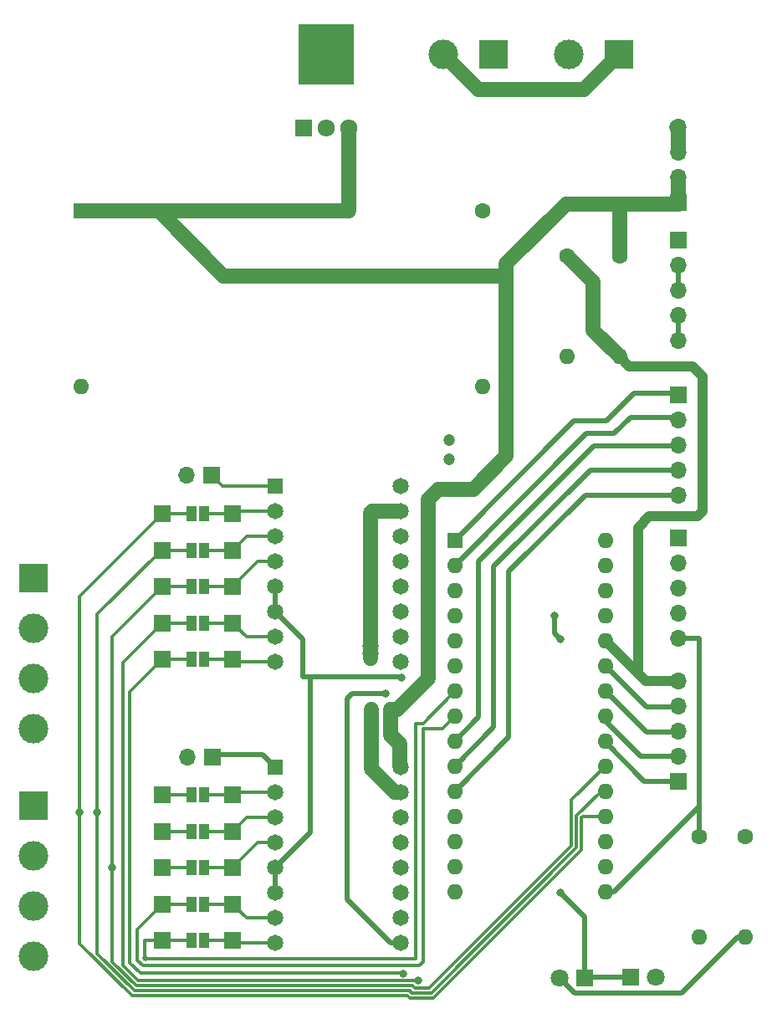
<source format=gbr>
%TF.GenerationSoftware,KiCad,Pcbnew,7.0.8*%
%TF.CreationDate,2024-03-19T23:20:07-04:00*%
%TF.ProjectId,TechDevPCB,54656368-4465-4765-9043-422e6b696361,rev?*%
%TF.SameCoordinates,Original*%
%TF.FileFunction,Copper,L1,Top*%
%TF.FilePolarity,Positive*%
%FSLAX46Y46*%
G04 Gerber Fmt 4.6, Leading zero omitted, Abs format (unit mm)*
G04 Created by KiCad (PCBNEW 7.0.8) date 2024-03-19 23:20:07*
%MOMM*%
%LPD*%
G01*
G04 APERTURE LIST*
%TA.AperFunction,ComponentPad*%
%ADD10C,1.600000*%
%TD*%
%TA.AperFunction,ComponentPad*%
%ADD11O,1.600000X1.600000*%
%TD*%
%TA.AperFunction,ComponentPad*%
%ADD12R,1.700000X1.700000*%
%TD*%
%TA.AperFunction,ComponentPad*%
%ADD13R,3.000000X3.000000*%
%TD*%
%TA.AperFunction,ComponentPad*%
%ADD14C,3.000000*%
%TD*%
%TA.AperFunction,ComponentPad*%
%ADD15O,1.700000X1.700000*%
%TD*%
%TA.AperFunction,ComponentPad*%
%ADD16R,1.717500X1.800000*%
%TD*%
%TA.AperFunction,ComponentPad*%
%ADD17O,1.717500X1.800000*%
%TD*%
%TA.AperFunction,SMDPad,CuDef*%
%ADD18R,5.700000X6.200000*%
%TD*%
%TA.AperFunction,ComponentPad*%
%ADD19C,1.200000*%
%TD*%
%TA.AperFunction,SMDPad,CuDef*%
%ADD20R,1.000000X1.500000*%
%TD*%
%TA.AperFunction,ComponentPad*%
%ADD21R,1.650000X1.650000*%
%TD*%
%TA.AperFunction,ComponentPad*%
%ADD22C,1.650000*%
%TD*%
%TA.AperFunction,ComponentPad*%
%ADD23R,1.600000X1.600000*%
%TD*%
%TA.AperFunction,ComponentPad*%
%ADD24R,1.800000X1.800000*%
%TD*%
%TA.AperFunction,ComponentPad*%
%ADD25C,1.800000*%
%TD*%
%TA.AperFunction,ViaPad*%
%ADD26C,0.800000*%
%TD*%
%TA.AperFunction,Conductor*%
%ADD27C,0.500000*%
%TD*%
%TA.AperFunction,Conductor*%
%ADD28C,0.300000*%
%TD*%
%TA.AperFunction,Conductor*%
%ADD29C,1.000000*%
%TD*%
%TA.AperFunction,Conductor*%
%ADD30C,1.500000*%
%TD*%
G04 APERTURE END LIST*
D10*
%TO.P,R2,1*%
%TO.N,A7*%
X167640000Y-65049400D03*
D11*
%TO.P,R2,2*%
%TO.N,GND2*%
X167640000Y-75209400D03*
%TD*%
D12*
%TO.P,J26,1,Pin_1*%
%TO.N,A1*%
X126669800Y-123317000D03*
%TD*%
D13*
%TO.P,J2,1,Pin_1*%
%TO.N,Net-(J1-Pin_2)*%
X172897800Y-44704000D03*
D14*
%TO.P,J2,2,Pin_2*%
%TO.N,GND2*%
X167817800Y-44704000D03*
%TD*%
D12*
%TO.P,J6,1,Pin_1*%
%TO.N,VIN*%
X178866800Y-63500000D03*
D15*
%TO.P,J6,2,Pin_2*%
%TO.N,+5V*%
X178866800Y-66040000D03*
%TO.P,J6,3,Pin_3*%
X178866800Y-68580000D03*
%TO.P,J6,4,Pin_4*%
%TO.N,+3.3V*%
X178866800Y-71120000D03*
%TO.P,J6,5,Pin_5*%
X178866800Y-73660000D03*
%TD*%
D16*
%TO.P,Q1,1,D*%
%TO.N,Net-(J1-Pin_1)*%
X140970000Y-52120800D03*
D17*
%TO.P,Q1,2,G*%
%TO.N,GND2*%
X143260000Y-52120800D03*
%TO.P,Q1,3,S*%
%TO.N,+BATT*%
X145550000Y-52120800D03*
D18*
%TO.P,Q1,4*%
%TO.N,N/C*%
X143260000Y-44687467D03*
%TD*%
D12*
%TO.P,J31,1,Pin_1*%
%TO.N,AX2_STEP*%
X133781800Y-130683000D03*
%TD*%
D19*
%TO.P,C1,1*%
%TO.N,+24V*%
X155702000Y-83667600D03*
%TO.P,C1,2*%
%TO.N,GND2*%
X155702000Y-85667600D03*
%TD*%
D20*
%TO.P,JP1,1,A*%
%TO.N,A0*%
X129560800Y-91186000D03*
%TO.P,JP1,2,B*%
%TO.N,AX1_M0*%
X130860800Y-91186000D03*
%TD*%
D12*
%TO.P,J30,1,Pin_1*%
%TO.N,D5*%
X126669800Y-130683000D03*
%TD*%
D20*
%TO.P,JP9,1,A*%
%TO.N,D4*%
X129560800Y-134366000D03*
%TO.P,JP9,2,B*%
%TO.N,AX2_DIR*%
X130860800Y-134366000D03*
%TD*%
D12*
%TO.P,J8,1,Pin_1*%
%TO.N,D1*%
X178866800Y-79121000D03*
D15*
%TO.P,J8,2,Pin_2*%
%TO.N,D0*%
X178866800Y-81661000D03*
%TO.P,J8,3,Pin_3*%
%TO.N,D6*%
X178866800Y-84201000D03*
%TO.P,J8,4,Pin_4*%
%TO.N,D7*%
X178866800Y-86741000D03*
%TO.P,J8,5,Pin_5*%
%TO.N,D8*%
X178866800Y-89281000D03*
%TD*%
D19*
%TO.P,C2,1*%
%TO.N,+BATT*%
X149783800Y-110998000D03*
%TO.P,C2,2*%
%TO.N,GND2*%
X147783800Y-110998000D03*
%TD*%
D12*
%TO.P,J18,1,Pin_1*%
%TO.N,D3*%
X126669800Y-102235000D03*
%TD*%
D13*
%TO.P,J12,1,Pin_1*%
%TO.N,AX2_B2*%
X113614200Y-120726200D03*
D14*
%TO.P,J12,2,Pin_2*%
%TO.N,AX2_B1*%
X113614200Y-125806200D03*
%TO.P,J12,3,Pin_3*%
%TO.N,AX2_A1*%
X113614200Y-130886200D03*
%TO.P,J12,4,Pin_4*%
%TO.N,AX2_A2*%
X113614200Y-135966200D03*
%TD*%
D12*
%TO.P,J25,1,Pin_1*%
%TO.N,AX2_M2*%
X133781800Y-127000000D03*
%TD*%
%TO.P,J21,1,Pin_1*%
%TO.N,AX1_DIR*%
X133781800Y-105918000D03*
%TD*%
%TO.P,J22,1,Pin_1*%
%TO.N,A0*%
X126669800Y-119634000D03*
%TD*%
D20*
%TO.P,JP5,1,A*%
%TO.N,D2*%
X129560800Y-105918000D03*
%TO.P,JP5,2,B*%
%TO.N,AX1_DIR*%
X130860800Y-105918000D03*
%TD*%
D12*
%TO.P,J13,1,Pin_1*%
%TO.N,AX1_M0*%
X133781800Y-91186000D03*
%TD*%
%TO.P,J20,1,Pin_1*%
%TO.N,D2*%
X126669800Y-105918000D03*
%TD*%
%TO.P,J19,1,Pin_1*%
%TO.N,AX1_STEP*%
X133781800Y-102235000D03*
%TD*%
D20*
%TO.P,JP7,1,A*%
%TO.N,A2*%
X129560800Y-127000000D03*
%TO.P,JP7,2,B*%
%TO.N,AX2_M2*%
X130860800Y-127000000D03*
%TD*%
%TO.P,JP3,1,A*%
%TO.N,A2*%
X129560800Y-98552000D03*
%TO.P,JP3,2,B*%
%TO.N,AX1_M2*%
X130860800Y-98552000D03*
%TD*%
D12*
%TO.P,J11,1,Pin_1*%
%TO.N,A0*%
X126669800Y-91186000D03*
%TD*%
%TO.P,J5,1,Pin_1*%
%TO.N,AX2_EN*%
X131749800Y-115824000D03*
D15*
%TO.P,J5,2,Pin_2*%
%TO.N,AX2_FLT*%
X129209800Y-115824000D03*
%TD*%
D12*
%TO.P,J16,1,Pin_1*%
%TO.N,A2*%
X126669800Y-98552000D03*
%TD*%
D21*
%TO.P,U2,1,~{EN}*%
%TO.N,AX2_EN*%
X138099800Y-116840000D03*
D22*
%TO.P,U2,2,M0*%
%TO.N,AX2_M0*%
X138099800Y-119380000D03*
%TO.P,U2,3,M1*%
%TO.N,AX2_M1*%
X138099800Y-121920000D03*
%TO.P,U2,4,M2*%
%TO.N,AX2_M2*%
X138099800Y-124460000D03*
%TO.P,U2,5,~{RST}*%
%TO.N,+5V*%
X138099800Y-127000000D03*
%TO.P,U2,6,~{SLP}*%
X138099800Y-129540000D03*
%TO.P,U2,7,STEP*%
%TO.N,AX2_STEP*%
X138099800Y-132080000D03*
%TO.P,U2,8,DIR*%
%TO.N,AX2_DIR*%
X138099800Y-134620000D03*
%TO.P,U2,9,GND*%
%TO.N,GND*%
X150799800Y-134620000D03*
%TO.P,U2,10,~{FLT}*%
%TO.N,AX2_FLT*%
X150799800Y-132080000D03*
%TO.P,U2,11,A2*%
%TO.N,AX2_A2*%
X150799800Y-129540000D03*
%TO.P,U2,12,A1*%
%TO.N,AX2_A1*%
X150799800Y-127000000D03*
%TO.P,U2,13,B1*%
%TO.N,AX2_B1*%
X150799800Y-124460000D03*
%TO.P,U2,14,B2*%
%TO.N,AX2_B2*%
X150799800Y-121920000D03*
%TO.P,U2,15,GND_MOT*%
%TO.N,GND2*%
X150799800Y-119380000D03*
%TO.P,U2,16,VMOT*%
%TO.N,+BATT*%
X150799800Y-116840000D03*
%TD*%
D20*
%TO.P,JP8,1,A*%
%TO.N,A1*%
X129560800Y-123317000D03*
%TO.P,JP8,2,B*%
%TO.N,AX2_M1*%
X130860800Y-123317000D03*
%TD*%
D12*
%TO.P,J10,1,Pin_1*%
%TO.N,A3*%
X178866800Y-118237000D03*
D15*
%TO.P,J10,2,Pin_2*%
%TO.N,A4*%
X178866800Y-115697000D03*
%TO.P,J10,3,Pin_3*%
%TO.N,A5*%
X178866800Y-113157000D03*
%TO.P,J10,4,Pin_4*%
%TO.N,A6*%
X178866800Y-110617000D03*
%TO.P,J10,5,Pin_5*%
%TO.N,A7*%
X178866800Y-108077000D03*
%TD*%
D23*
%TO.P,U3,1,IN*%
%TO.N,+BATT*%
X118392400Y-60539100D03*
D11*
%TO.P,U3,2,GND*%
%TO.N,GND2*%
X159032400Y-78319100D03*
X118392400Y-78319100D03*
D10*
%TO.P,U3,3,OUT*%
%TO.N,+24V*%
X159032400Y-60539100D03*
%TD*%
D24*
%TO.P,D1,1,K*%
%TO.N,GND*%
X174015400Y-138049000D03*
D25*
%TO.P,D1,2,A*%
%TO.N,Net-(D1-A)*%
X176555400Y-138049000D03*
%TD*%
D12*
%TO.P,J9,1,Pin_1*%
%TO.N,D9*%
X178866800Y-93599000D03*
D15*
%TO.P,J9,2,Pin_2*%
%TO.N,D10*%
X178866800Y-96139000D03*
%TO.P,J9,3,Pin_3*%
%TO.N,D11*%
X178866800Y-98679000D03*
%TO.P,J9,4,Pin_4*%
%TO.N,D12*%
X178866800Y-101219000D03*
%TO.P,J9,5,Pin_5*%
%TO.N,D13*%
X178866800Y-103759000D03*
%TD*%
D10*
%TO.P,R1,1*%
%TO.N,+BATT*%
X172923200Y-65100200D03*
D11*
%TO.P,R1,2*%
%TO.N,A7*%
X172923200Y-75260200D03*
%TD*%
D13*
%TO.P,J4,1,Pin_1*%
%TO.N,AX1_B2*%
X113563400Y-97637600D03*
D14*
%TO.P,J4,2,Pin_2*%
%TO.N,AX1_B1*%
X113563400Y-102717600D03*
%TO.P,J4,3,Pin_3*%
%TO.N,AX1_A1*%
X113563400Y-107797600D03*
%TO.P,J4,4,Pin_4*%
%TO.N,AX1_A2*%
X113563400Y-112877600D03*
%TD*%
D20*
%TO.P,JP2,1,A*%
%TO.N,A1*%
X129575800Y-94869000D03*
%TO.P,JP2,2,B*%
%TO.N,AX1_M1*%
X130875800Y-94869000D03*
%TD*%
%TO.P,JP6,1,A*%
%TO.N,A0*%
X129560800Y-119634000D03*
%TO.P,JP6,2,B*%
%TO.N,AX2_M0*%
X130860800Y-119634000D03*
%TD*%
D13*
%TO.P,J1,1,Pin_1*%
%TO.N,Net-(J1-Pin_1)*%
X160197800Y-44704000D03*
D14*
%TO.P,J1,2,Pin_2*%
%TO.N,Net-(J1-Pin_2)*%
X155117800Y-44704000D03*
%TD*%
D20*
%TO.P,JP4,1,A*%
%TO.N,D3*%
X129560800Y-102235000D03*
%TO.P,JP4,2,B*%
%TO.N,AX1_STEP*%
X130860800Y-102235000D03*
%TD*%
D12*
%TO.P,J7,1,Pin_1*%
%TO.N,+BATT*%
X178866800Y-59690000D03*
D15*
%TO.P,J7,2,Pin_2*%
X178866800Y-57150000D03*
%TO.P,J7,3,Pin_3*%
%TO.N,+24V*%
X178866800Y-54610000D03*
%TO.P,J7,4,Pin_4*%
X178866800Y-52070000D03*
%TD*%
D12*
%TO.P,J17,1,Pin_1*%
%TO.N,AX1_M2*%
X133781800Y-98552000D03*
%TD*%
%TO.P,J14,1,Pin_1*%
%TO.N,A1*%
X126669800Y-94869000D03*
%TD*%
D23*
%TO.P,A1,1,D1/TX*%
%TO.N,D1*%
X156260800Y-93853000D03*
D11*
%TO.P,A1,2,D0/RX*%
%TO.N,D0*%
X156260800Y-96393000D03*
%TO.P,A1,3,~{RESET}*%
%TO.N,unconnected-(A1-~{RESET}-Pad3)*%
X156260800Y-98933000D03*
%TO.P,A1,4,GND*%
%TO.N,GND*%
X156260800Y-101473000D03*
%TO.P,A1,5,D2*%
%TO.N,D2*%
X156260800Y-104013000D03*
%TO.P,A1,6,D3*%
%TO.N,D3*%
X156260800Y-106553000D03*
%TO.P,A1,7,D4*%
%TO.N,D4*%
X156260800Y-109093000D03*
%TO.P,A1,8,D5*%
%TO.N,D5*%
X156260800Y-111633000D03*
%TO.P,A1,9,D6*%
%TO.N,D6*%
X156260800Y-114173000D03*
%TO.P,A1,10,D7*%
%TO.N,D7*%
X156260800Y-116713000D03*
%TO.P,A1,11,D8*%
%TO.N,D8*%
X156260800Y-119253000D03*
%TO.P,A1,12,D9*%
%TO.N,D9*%
X156260800Y-121793000D03*
%TO.P,A1,13,D10*%
%TO.N,D10*%
X156260800Y-124333000D03*
%TO.P,A1,14,D11*%
%TO.N,D11*%
X156260800Y-126873000D03*
%TO.P,A1,15,D12*%
%TO.N,D12*%
X156260800Y-129413000D03*
%TO.P,A1,16,D13*%
%TO.N,D13*%
X171500800Y-129413000D03*
%TO.P,A1,17,3V3*%
%TO.N,+3.3V*%
X171500800Y-126873000D03*
%TO.P,A1,18,AREF*%
%TO.N,unconnected-(A1-AREF-Pad18)*%
X171500800Y-124333000D03*
%TO.P,A1,19,A0*%
%TO.N,A0*%
X171500800Y-121793000D03*
%TO.P,A1,20,A1*%
%TO.N,A1*%
X171500800Y-119253000D03*
%TO.P,A1,21,A2*%
%TO.N,A2*%
X171500800Y-116713000D03*
%TO.P,A1,22,A3*%
%TO.N,A3*%
X171500800Y-114173000D03*
%TO.P,A1,23,A4*%
%TO.N,A4*%
X171500800Y-111633000D03*
%TO.P,A1,24,A5*%
%TO.N,A5*%
X171500800Y-109093000D03*
%TO.P,A1,25,A6*%
%TO.N,A6*%
X171500800Y-106553000D03*
%TO.P,A1,26,A7*%
%TO.N,A7*%
X171500800Y-104013000D03*
%TO.P,A1,27,+5V*%
%TO.N,+5V*%
X171500800Y-101473000D03*
%TO.P,A1,28,~{RESET}*%
%TO.N,unconnected-(A1-~{RESET}-Pad28)*%
X171500800Y-98933000D03*
%TO.P,A1,29,GND*%
%TO.N,GND*%
X171500800Y-96393000D03*
%TO.P,A1,30,VIN*%
%TO.N,VIN*%
X171500800Y-93853000D03*
%TD*%
D12*
%TO.P,J28,1,Pin_1*%
%TO.N,D4*%
X126669800Y-134366000D03*
%TD*%
D10*
%TO.P,R3,1*%
%TO.N,D13*%
X180975000Y-123850400D03*
D11*
%TO.P,R3,2*%
%TO.N,Net-(D1-A)*%
X180975000Y-134010400D03*
%TD*%
D12*
%TO.P,J3,1,Pin_1*%
%TO.N,AX1_EN*%
X131622800Y-87249000D03*
D15*
%TO.P,J3,2,Pin_2*%
%TO.N,AX1_FLT*%
X129082800Y-87249000D03*
%TD*%
D12*
%TO.P,J27,1,Pin_1*%
%TO.N,AX2_M1*%
X133781800Y-123317000D03*
%TD*%
D20*
%TO.P,JP10,1,A*%
%TO.N,D5*%
X129560800Y-130683000D03*
%TO.P,JP10,2,B*%
%TO.N,AX2_STEP*%
X130860800Y-130683000D03*
%TD*%
D12*
%TO.P,J29,1,Pin_1*%
%TO.N,AX2_DIR*%
X133781800Y-134366000D03*
%TD*%
D24*
%TO.P,D2,1,K*%
%TO.N,GND*%
X169392600Y-138176000D03*
D25*
%TO.P,D2,2,A*%
%TO.N,Net-(D2-A)*%
X166852600Y-138176000D03*
%TD*%
D21*
%TO.P,U1,1,~{EN}*%
%TO.N,AX1_EN*%
X138099800Y-88392000D03*
D22*
%TO.P,U1,2,M0*%
%TO.N,AX1_M0*%
X138099800Y-90932000D03*
%TO.P,U1,3,M1*%
%TO.N,AX1_M1*%
X138099800Y-93472000D03*
%TO.P,U1,4,M2*%
%TO.N,AX1_M2*%
X138099800Y-96012000D03*
%TO.P,U1,5,~{RST}*%
%TO.N,+5V*%
X138099800Y-98552000D03*
%TO.P,U1,6,~{SLP}*%
X138099800Y-101092000D03*
%TO.P,U1,7,STEP*%
%TO.N,AX1_STEP*%
X138099800Y-103632000D03*
%TO.P,U1,8,DIR*%
%TO.N,AX1_DIR*%
X138099800Y-106172000D03*
%TO.P,U1,9,GND*%
%TO.N,GND*%
X150799800Y-106172000D03*
%TO.P,U1,10,~{FLT}*%
%TO.N,AX1_FLT*%
X150799800Y-103632000D03*
%TO.P,U1,11,A2*%
%TO.N,AX1_A2*%
X150799800Y-101092000D03*
%TO.P,U1,12,A1*%
%TO.N,AX1_A1*%
X150799800Y-98552000D03*
%TO.P,U1,13,B1*%
%TO.N,AX1_B1*%
X150799800Y-96012000D03*
%TO.P,U1,14,B2*%
%TO.N,AX1_B2*%
X150799800Y-93472000D03*
%TO.P,U1,15,GND_MOT*%
%TO.N,GND2*%
X150799800Y-90932000D03*
%TO.P,U1,16,VMOT*%
%TO.N,+24V*%
X150799800Y-88392000D03*
%TD*%
D12*
%TO.P,J23,1,Pin_1*%
%TO.N,AX2_M0*%
X133781800Y-119634000D03*
%TD*%
D10*
%TO.P,R4,1*%
%TO.N,D12*%
X185674000Y-123799600D03*
D11*
%TO.P,R4,2*%
%TO.N,Net-(D2-A)*%
X185674000Y-133959600D03*
%TD*%
D12*
%TO.P,J15,1,Pin_1*%
%TO.N,AX1_M1*%
X133781800Y-94869000D03*
%TD*%
%TO.P,J24,1,Pin_1*%
%TO.N,A2*%
X126669800Y-127000000D03*
%TD*%
D26*
%TO.N,GND*%
X166954200Y-103886000D03*
X166954200Y-129514600D03*
X166370000Y-101473000D03*
X149199600Y-109372400D03*
%TO.N,D2*%
X151053800Y-137680500D03*
%TO.N,D3*%
X152527000Y-138430000D03*
%TO.N,A0*%
X118287800Y-121412000D03*
%TO.N,A1*%
X120065800Y-121412000D03*
%TO.N,A2*%
X121589800Y-127000000D03*
%TO.N,+5V*%
X150850600Y-107721400D03*
%TO.N,GND2*%
X148132800Y-105333800D03*
X147320000Y-104521000D03*
X147320000Y-105333800D03*
X148132800Y-104521000D03*
%TD*%
D27*
%TO.N,D1*%
X178739800Y-78994000D02*
X178866800Y-79121000D01*
X171627800Y-81788000D02*
X174421800Y-78994000D01*
X168325800Y-81788000D02*
X171627800Y-81788000D01*
X156260800Y-93853000D02*
X168325800Y-81788000D01*
X174421800Y-78994000D02*
X178739800Y-78994000D01*
%TO.N,D0*%
X178612800Y-81407000D02*
X178866800Y-81661000D01*
X174040800Y-81407000D02*
X178612800Y-81407000D01*
X156260800Y-96393000D02*
X169595800Y-83058000D01*
X169595800Y-83058000D02*
X172389800Y-83058000D01*
X172389800Y-83058000D02*
X174040800Y-81407000D01*
%TO.N,GND*%
X149783800Y-134620000D02*
X145338800Y-130175000D01*
X145846800Y-109372400D02*
X149199600Y-109372400D01*
X174015400Y-138049000D02*
X169519600Y-138049000D01*
X150799800Y-134620000D02*
X149783800Y-134620000D01*
X145338800Y-130175000D02*
X145338800Y-109880400D01*
X166370000Y-103301800D02*
X166954200Y-103886000D01*
X169392600Y-131953000D02*
X166954200Y-129514600D01*
X166954200Y-129514600D02*
X166979600Y-129540000D01*
X145338800Y-109880400D02*
X145846800Y-109372400D01*
X169392600Y-138176000D02*
X169392600Y-131953000D01*
X169519600Y-138049000D02*
X169392600Y-138176000D01*
X166370000Y-101473000D02*
X166370000Y-103301800D01*
X149199600Y-109372400D02*
X149148800Y-109372400D01*
D28*
%TO.N,D2*%
X124435902Y-137668000D02*
X123367800Y-136599898D01*
X123367800Y-109220000D02*
X126669800Y-105918000D01*
X151053800Y-137680500D02*
X151041300Y-137668000D01*
X151041300Y-137668000D02*
X124435902Y-137668000D01*
X129560800Y-105918000D02*
X126669800Y-105918000D01*
X123367800Y-136599898D02*
X123367800Y-109220000D01*
%TO.N,D3*%
X122667800Y-136889848D02*
X122667800Y-106237000D01*
D27*
X156260800Y-106754900D02*
X156260800Y-106553000D01*
D28*
X129560800Y-102235000D02*
X126669800Y-102235000D01*
X122667800Y-106237000D02*
X126669800Y-102235000D01*
X152527000Y-138430000D02*
X124207952Y-138430000D01*
X124207952Y-138430000D02*
X122667800Y-136889848D01*
%TO.N,D4*%
X129560800Y-134366000D02*
X126669800Y-134366000D01*
X126669800Y-134366000D02*
X124891800Y-134366000D01*
X152400000Y-112369600D02*
X153009600Y-112369600D01*
X155941800Y-109437400D02*
X155941800Y-109412000D01*
X153009600Y-112369600D02*
X155941800Y-109437400D01*
X124891800Y-134366000D02*
X124891800Y-136144000D01*
X124953800Y-136206000D02*
X152323800Y-136206000D01*
D27*
X155941800Y-109412000D02*
X156260800Y-109093000D01*
D28*
X152323800Y-136206000D02*
X152323800Y-112445800D01*
D27*
X124891800Y-136144000D02*
X124953800Y-136206000D01*
D28*
X152323800Y-112445800D02*
X152400000Y-112369600D01*
%TO.N,D5*%
X153023800Y-136495949D02*
X153023800Y-112877600D01*
X126669800Y-130683000D02*
X124129800Y-133223000D01*
X124129800Y-133223000D02*
X124129800Y-136371949D01*
X155016200Y-112877600D02*
X156260800Y-111633000D01*
X153023800Y-112877600D02*
X155016200Y-112877600D01*
X124663851Y-136906000D02*
X152613749Y-136906000D01*
X152613749Y-136906000D02*
X153023800Y-136495949D01*
X129560800Y-130683000D02*
X126669800Y-130683000D01*
X124129800Y-136371949D02*
X124663851Y-136906000D01*
D27*
%TO.N,D6*%
X156260800Y-114173000D02*
X158673800Y-111760000D01*
X158673800Y-96012000D02*
X170357800Y-84328000D01*
X158673800Y-111760000D02*
X158673800Y-96012000D01*
X178739800Y-84328000D02*
X178866800Y-84201000D01*
X170357800Y-84328000D02*
X178739800Y-84328000D01*
%TO.N,D7*%
X156260800Y-116713000D02*
X160197800Y-112776000D01*
X169976800Y-86741000D02*
X178866800Y-86741000D01*
X160197800Y-96520000D02*
X169976800Y-86741000D01*
X160197800Y-112776000D02*
X160197800Y-96520000D01*
%TO.N,D8*%
X161721800Y-97028000D02*
X169468800Y-89281000D01*
X161721800Y-113792000D02*
X161721800Y-97028000D01*
X169468800Y-89281000D02*
X178866800Y-89281000D01*
X156260800Y-119253000D02*
X161721800Y-113792000D01*
%TO.N,D13*%
X181025800Y-120777000D02*
X181025800Y-123799600D01*
X181025800Y-120777000D02*
X181025800Y-103759000D01*
X171500800Y-129413000D02*
X172389800Y-129413000D01*
X181025800Y-103759000D02*
X178866800Y-103759000D01*
X181025800Y-123799600D02*
X180975000Y-123850400D01*
X172389800Y-129413000D02*
X181025800Y-120777000D01*
%TO.N,+3.3V*%
X178866800Y-71120000D02*
X178866800Y-73660000D01*
D28*
%TO.N,A0*%
X118287800Y-99568000D02*
X118287800Y-103632000D01*
X118287800Y-121412000D02*
X118287800Y-134631166D01*
X169087800Y-121920000D02*
X169214800Y-121793000D01*
X169087800Y-125156873D02*
X169087800Y-121920000D01*
X169214800Y-121793000D02*
X171500800Y-121793000D01*
X129560800Y-91186000D02*
X126669800Y-91186000D01*
X154064674Y-140180000D02*
X169087800Y-125156873D01*
X118287800Y-103632000D02*
X118287800Y-121412000D01*
X126669800Y-91186000D02*
X118287800Y-99568000D01*
X123610634Y-139954000D02*
X151460200Y-139954000D01*
X151460200Y-139954000D02*
X151686200Y-140180000D01*
X129560800Y-119634000D02*
X126669800Y-119634000D01*
X118287800Y-134631166D02*
X123610634Y-139954000D01*
X151686200Y-140180000D02*
X154064674Y-140180000D01*
%TO.N,A1*%
X120065800Y-135702060D02*
X123809740Y-139446000D01*
X151659306Y-139446000D02*
X151893306Y-139680000D01*
X120065800Y-101346000D02*
X120065800Y-121412000D01*
X126542800Y-94869000D02*
X120065800Y-101346000D01*
X129560800Y-123317000D02*
X126669800Y-123317000D01*
X126669800Y-94869000D02*
X126542800Y-94869000D01*
X123809740Y-139446000D02*
X151659306Y-139446000D01*
X129575800Y-94869000D02*
X126669800Y-94869000D01*
X120065800Y-121412000D02*
X120065800Y-135702060D01*
X171047694Y-119253000D02*
X171500800Y-119253000D01*
X168579800Y-124957767D02*
X168579800Y-121720894D01*
X153857567Y-139680000D02*
X168579800Y-124957767D01*
X168579800Y-121720894D02*
X171047694Y-119253000D01*
X151893306Y-139680000D02*
X153857567Y-139680000D01*
%TO.N,A2*%
X129560800Y-127000000D02*
X126669800Y-127000000D01*
X129560800Y-98552000D02*
X126669800Y-98552000D01*
X153650461Y-139180000D02*
X168071800Y-124758661D01*
X168071800Y-124758661D02*
X168071800Y-120142000D01*
X124008846Y-138938000D02*
X151974339Y-138938000D01*
X121589800Y-104140000D02*
X121589800Y-121920000D01*
X168071800Y-120142000D02*
X171500800Y-116713000D01*
X152216339Y-139180000D02*
X153650461Y-139180000D01*
X121589800Y-127000000D02*
X121589800Y-136518954D01*
X151974339Y-138938000D02*
X152216339Y-139180000D01*
X121589800Y-103632000D02*
X121589800Y-104140000D01*
X121589800Y-121920000D02*
X121589800Y-127000000D01*
X121589800Y-136518954D02*
X124008846Y-138938000D01*
X126669800Y-98552000D02*
X121589800Y-103632000D01*
D27*
%TO.N,A3*%
X171500800Y-114173000D02*
X171500800Y-114300000D01*
X175437800Y-118237000D02*
X178866800Y-118237000D01*
X171500800Y-114300000D02*
X175437800Y-118237000D01*
%TO.N,A4*%
X175056800Y-115697000D02*
X178866800Y-115697000D01*
X171500800Y-112141000D02*
X175056800Y-115697000D01*
X171500800Y-111633000D02*
X171500800Y-112141000D01*
%TO.N,A5*%
X178739800Y-113284000D02*
X178866800Y-113157000D01*
X171500800Y-109093000D02*
X175691800Y-113284000D01*
X175691800Y-113284000D02*
X178739800Y-113284000D01*
%TO.N,A6*%
X175691800Y-110744000D02*
X178739800Y-110744000D01*
X178739800Y-110744000D02*
X178866800Y-110617000D01*
X171500800Y-106553000D02*
X175691800Y-110744000D01*
D29*
%TO.N,A7*%
X180289200Y-76225400D02*
X181330600Y-77266800D01*
D30*
X172923200Y-75260200D02*
X170256200Y-72593200D01*
D29*
X174777400Y-107289600D02*
X175564800Y-108077000D01*
X174777400Y-92608400D02*
X174777400Y-107289600D01*
X174777400Y-107289600D02*
X171500800Y-104013000D01*
X175564800Y-108077000D02*
X178866800Y-108077000D01*
D30*
X170256200Y-72593200D02*
X170256200Y-67665600D01*
D29*
X180797200Y-91440000D02*
X175945800Y-91440000D01*
D27*
X171500800Y-104114600D02*
X171500800Y-104013000D01*
D30*
X170256200Y-67665600D02*
X167640000Y-65049400D01*
D29*
X172923200Y-75260200D02*
X173888400Y-76225400D01*
X175945800Y-91440000D02*
X174777400Y-92608400D01*
X181330600Y-77266800D02*
X181330600Y-90906600D01*
X181330600Y-90906600D02*
X180797200Y-91440000D01*
X173888400Y-76225400D02*
X180289200Y-76225400D01*
D27*
%TO.N,+5V*%
X138099800Y-127000000D02*
X141655800Y-123444000D01*
X150825200Y-107696000D02*
X141655800Y-107696000D01*
X138099800Y-98552000D02*
X138099800Y-101092000D01*
X140893800Y-103886000D02*
X138099800Y-101092000D01*
X141655800Y-123444000D02*
X141655800Y-107696000D01*
X140893800Y-107696000D02*
X140893800Y-103886000D01*
X141655800Y-107696000D02*
X140893800Y-107696000D01*
X138099800Y-129540000D02*
X138099800Y-127000000D01*
X178866800Y-66040000D02*
X178866800Y-68580000D01*
D30*
%TO.N,+24V*%
X178866800Y-52070000D02*
X178739800Y-52070000D01*
X178866800Y-52070000D02*
X178866800Y-54610000D01*
%TO.N,GND2*%
X150164800Y-119380000D02*
X150799800Y-119380000D01*
X147726400Y-91109800D02*
X147726400Y-105816400D01*
X147783800Y-116999000D02*
X150164800Y-119380000D01*
X150799800Y-90932000D02*
X147904200Y-90932000D01*
X147904200Y-90932000D02*
X147726400Y-91109800D01*
X147783800Y-110998000D02*
X147783800Y-116999000D01*
%TO.N,+BATT*%
X150647400Y-114477800D02*
X150647400Y-116687600D01*
X153543000Y-107873800D02*
X150418800Y-110998000D01*
X178866800Y-59817000D02*
X172974000Y-59817000D01*
X172974000Y-59817000D02*
X167513000Y-59817000D01*
X145476700Y-60539100D02*
X145550000Y-60465800D01*
X178866800Y-57150000D02*
X178866800Y-59690000D01*
X132791200Y-67081400D02*
X126248900Y-60539100D01*
X126248900Y-60539100D02*
X118392400Y-60539100D01*
X145550000Y-60465800D02*
X145550000Y-52120800D01*
X161467800Y-65862200D02*
X161467800Y-67259200D01*
X153543000Y-89712800D02*
X153543000Y-107873800D01*
X172923200Y-65100200D02*
X172923200Y-59867800D01*
X161467800Y-85344000D02*
X158115000Y-88696800D01*
X158115000Y-88696800D02*
X154559000Y-88696800D01*
X167513000Y-59817000D02*
X161467800Y-65862200D01*
X132791200Y-67081400D02*
X161290000Y-67081400D01*
D29*
X150647400Y-116687600D02*
X150799800Y-116840000D01*
D30*
X154559000Y-88696800D02*
X153543000Y-89712800D01*
X126248900Y-60539100D02*
X145476700Y-60539100D01*
X149783800Y-113614200D02*
X150647400Y-114477800D01*
X161467800Y-67259200D02*
X161467800Y-85344000D01*
X172923200Y-59867800D02*
X172974000Y-59817000D01*
X149783800Y-110998000D02*
X149783800Y-113614200D01*
X150418800Y-110998000D02*
X149783800Y-110998000D01*
X161290000Y-67081400D02*
X161467800Y-67259200D01*
%TO.N,Net-(J1-Pin_2)*%
X169341800Y-48260000D02*
X172897800Y-44704000D01*
D29*
X172897800Y-44450000D02*
X172897800Y-44704000D01*
D30*
X155117800Y-44704000D02*
X158673800Y-48260000D01*
X158673800Y-48260000D02*
X169341800Y-48260000D01*
D28*
%TO.N,AX1_EN*%
X132765800Y-88392000D02*
X131622800Y-87249000D01*
X138099800Y-88392000D02*
X132765800Y-88392000D01*
D27*
%TO.N,AX2_EN*%
X132003800Y-115570000D02*
X136829800Y-115570000D01*
X136829800Y-115570000D02*
X138099800Y-116840000D01*
X131749800Y-115824000D02*
X132003800Y-115570000D01*
D28*
%TO.N,AX1_M0*%
X138099800Y-90932000D02*
X134035800Y-90932000D01*
X133781800Y-91186000D02*
X130860800Y-91186000D01*
D27*
X134035800Y-90932000D02*
X133781800Y-91186000D01*
D28*
%TO.N,AX1_M1*%
X133781800Y-94869000D02*
X130875800Y-94869000D01*
X135178800Y-93472000D02*
X133781800Y-94869000D01*
X138099800Y-93472000D02*
X135178800Y-93472000D01*
%TO.N,AX1_M2*%
X136321800Y-96012000D02*
X133781800Y-98552000D01*
X133781800Y-98552000D02*
X130860800Y-98552000D01*
X138099800Y-96012000D02*
X136321800Y-96012000D01*
%TO.N,AX1_STEP*%
X133781800Y-102235000D02*
X130860800Y-102235000D01*
X135178800Y-103632000D02*
X133781800Y-102235000D01*
X138099800Y-103632000D02*
X135178800Y-103632000D01*
D27*
%TO.N,AX1_DIR*%
X134035800Y-106172000D02*
X133781800Y-105918000D01*
D28*
X138099800Y-106172000D02*
X134035800Y-106172000D01*
X133781800Y-105918000D02*
X130860800Y-105918000D01*
D27*
%TO.N,AX2_M0*%
X134035800Y-119380000D02*
X133781800Y-119634000D01*
D28*
X133781800Y-119634000D02*
X130860800Y-119634000D01*
X138099800Y-119380000D02*
X134035800Y-119380000D01*
%TO.N,AX2_M2*%
X138099800Y-124460000D02*
X136321800Y-124460000D01*
X136321800Y-124460000D02*
X133781800Y-127000000D01*
X133781800Y-127000000D02*
X130860800Y-127000000D01*
%TO.N,AX2_M1*%
X138099800Y-121920000D02*
X135178800Y-121920000D01*
X130860800Y-123317000D02*
X133781800Y-123317000D01*
X135178800Y-121920000D02*
X133781800Y-123317000D01*
D27*
%TO.N,AX2_DIR*%
X134035800Y-134620000D02*
X133781800Y-134366000D01*
D28*
X138099800Y-134620000D02*
X134035800Y-134620000D01*
X133781800Y-134366000D02*
X130860800Y-134366000D01*
%TO.N,AX2_STEP*%
X133781800Y-130683000D02*
X130860800Y-130683000D01*
X138099800Y-132080000D02*
X135178800Y-132080000D01*
X135178800Y-132080000D02*
X133781800Y-130683000D01*
D27*
%TO.N,Net-(D2-A)*%
X184912000Y-133959600D02*
X179197000Y-139674600D01*
X185674000Y-133959600D02*
X184912000Y-133959600D01*
X179197000Y-139674600D02*
X168351200Y-139674600D01*
X168351200Y-139674600D02*
X166852600Y-138176000D01*
%TD*%
M02*

</source>
